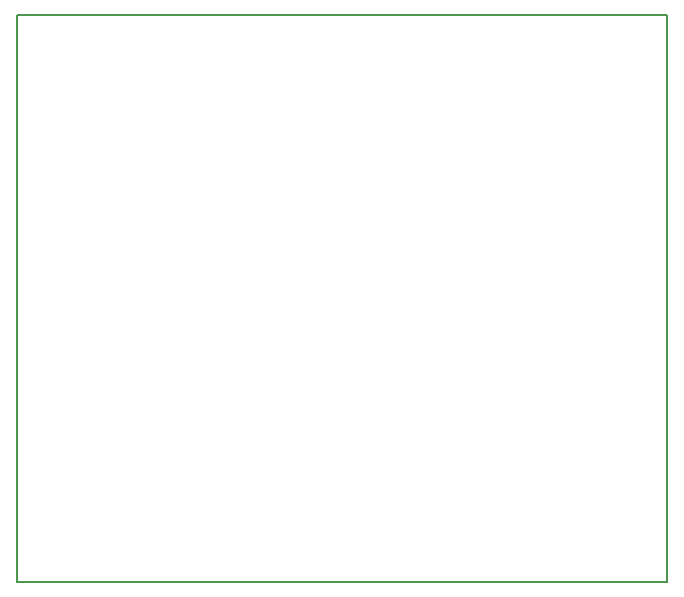
<source format=gm1>
G04 #@! TF.GenerationSoftware,KiCad,Pcbnew,8.0.6*
G04 #@! TF.CreationDate,2024-12-29T11:18:31-05:00*
G04 #@! TF.ProjectId,Beagley-ai-1CAN,42656167-6c65-4792-9d61-692d3143414e,rev?*
G04 #@! TF.SameCoordinates,Original*
G04 #@! TF.FileFunction,Profile,NP*
%FSLAX46Y46*%
G04 Gerber Fmt 4.6, Leading zero omitted, Abs format (unit mm)*
G04 Created by KiCad (PCBNEW 8.0.6) date 2024-12-29 11:18:31*
%MOMM*%
%LPD*%
G01*
G04 APERTURE LIST*
G04 #@! TA.AperFunction,Profile*
%ADD10C,0.150000*%
G04 #@! TD*
G04 APERTURE END LIST*
D10*
X79450000Y-83800000D02*
X79450000Y-35800000D01*
X134450000Y-83800000D02*
X79450000Y-83800000D01*
X134450000Y-35800000D02*
X79450000Y-35800000D01*
X134450000Y-35800000D02*
X134450000Y-83800000D01*
M02*

</source>
